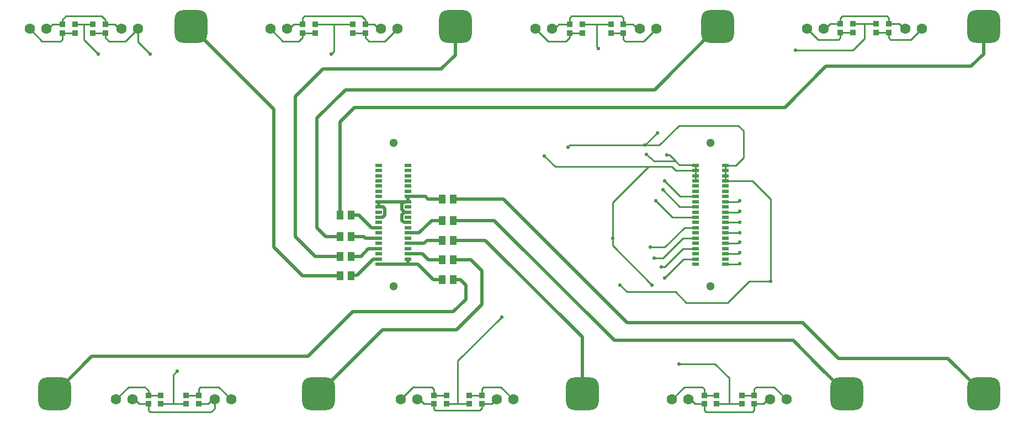
<source format=gtl>
%FSLAX23Y23*%
%MOIN*%
%SFA1B1*%

%IPPOS*%
%AMD17*
4,1,8,0.049200,0.098400,-0.049200,0.098400,-0.098400,0.049200,-0.098400,-0.049200,-0.049200,-0.098400,0.049200,-0.098400,0.098400,-0.049200,0.098400,0.049200,0.049200,0.098400,0.0*
1,1,0.098420,0.049200,0.049200*
1,1,0.098420,-0.049200,0.049200*
1,1,0.098420,-0.049200,-0.049200*
1,1,0.098420,0.049200,-0.049200*
%
%ADD13C,0.010000*%
%ADD14R,0.039370X0.057090*%
%ADD15R,0.043310X0.019680*%
%ADD16R,0.037400X0.033470*%
G04~CAMADD=17~8~0.0~0.0~1968.5~1968.5~492.1~0.0~15~0.0~0.0~0.0~0.0~0~0.0~0.0~0.0~0.0~0~0.0~0.0~0.0~0.0~1968.5~1968.5*
%ADD17D17*%
%ADD25C,0.019680*%
%ADD26C,0.051180*%
%ADD27C,0.062990*%
%ADD28C,0.022840*%
%LNbms_sub-1*%
%LPD*%
G54D13*
X3670Y1353D02*
X3886Y1569D01*
X3670Y1093D02*
X3908Y855D01*
X3670Y1136D02*
Y1353D01*
Y1093D02*
Y1136D01*
X3323Y1569D02*
X3886D01*
X3258Y1634D02*
X3323Y1569D01*
X3865Y1699D02*
X3940Y1775D01*
X3410Y1699D02*
X3865D01*
X3951*
X4070Y1818*
X3399Y1688D02*
X3410Y1699D01*
X4349Y1484D02*
Y1578D01*
X4070Y1818D02*
X4428D01*
X4012Y1639D02*
X4049Y1602D01*
X4171Y1484D02*
Y1547D01*
X3998Y1639D02*
X4012D01*
X3996Y1640D02*
X3998Y1639D01*
X804Y2324D02*
Y2403D01*
Y2324D02*
X876Y2251D01*
X728Y2327D02*
X804Y2403D01*
X627Y2327D02*
X728D01*
X606Y2349D02*
X627Y2327D01*
X664Y2429D02*
X689Y2403D01*
X606Y2429D02*
X664D01*
X689Y2403D02*
X704D01*
X606Y2349D02*
Y2377D01*
X3984Y1483D02*
D01*
X4077Y1389D02*
X4171D01*
X3984Y1483D02*
X4077Y1389D01*
X4349Y1578D02*
X4415D01*
X4460Y1624D02*
Y1786D01*
X4415Y1578D02*
X4460Y1624D01*
X4428Y1818D02*
X4460Y1786D01*
X4169Y1580D02*
X4171Y1578D01*
X4070Y1580D02*
X4169D01*
X3919Y1602D02*
X4049D01*
X4070Y1580*
X3875Y1645D02*
X3919Y1602D01*
X4171Y1547D02*
Y1578D01*
X4050Y1547D02*
X4171D01*
X4027Y1569D02*
X4050Y1547D01*
X3886Y1569D02*
X4027D01*
X3756Y812D02*
X4049D01*
X4114Y747D02*
X4363D01*
X4049Y812D02*
X4114Y747D01*
X4363D02*
X4493Y876D01*
X4623*
X3713Y855D02*
X3756Y812D01*
X4349Y1484D02*
X4513D01*
X4623Y876D02*
Y1375D01*
X4513Y1484D02*
X4623Y1375D01*
X3735Y2429D02*
Y2468D01*
X3421Y2479D02*
X3724D01*
X3735Y2468*
X3410Y2429D02*
Y2468D01*
X3421Y2479*
X3572Y2429D02*
X3659D01*
X3486D02*
X3572D01*
Y2295D02*
Y2429D01*
Y2295D02*
X3583Y2284D01*
X5191Y2433D02*
X5261D01*
X5121D02*
X5191D01*
X4774Y2273D02*
X5121D01*
X5191Y2344D02*
Y2433D01*
X5121Y2273D02*
X5191Y2344D01*
X5045Y2433D02*
Y2468D01*
X5056Y2479*
X5326*
X5337Y2433D02*
Y2468D01*
X5326Y2479D02*
X5337Y2468D01*
X1986Y2429D02*
X2100D01*
X1873D02*
X1986D01*
Y2268D02*
Y2429D01*
X1970Y2251D02*
X1986Y2268D01*
X476Y2338D02*
X562Y2251D01*
X476Y2338D02*
Y2429D01*
X530*
X422D02*
X476D01*
X1797D02*
Y2468D01*
X1808Y2479*
X2154*
X2176Y2429D02*
Y2457D01*
X2154Y2479D02*
X2176Y2457D01*
X346Y2429D02*
Y2457D01*
X368Y2479D02*
X584D01*
X346Y2457D02*
X368Y2479D01*
X606Y2429D02*
Y2457D01*
X584Y2479D02*
X606Y2457D01*
X1266Y108D02*
Y162D01*
X1245Y86D02*
X1266Y108D01*
X876Y86D02*
X1245D01*
X866Y97D02*
X876Y86D01*
X866Y97D02*
Y136D01*
X2879Y109D02*
Y136D01*
X2598Y97D02*
X2868D01*
X2879Y109*
X2590Y105D02*
Y136D01*
Y105D02*
X2598Y97D01*
X4222D02*
Y136D01*
X4233Y86D02*
X4514D01*
X4222Y97D02*
X4233Y86D01*
X4525Y97D02*
Y136D01*
X4514Y86D02*
X4525Y97D01*
X4374Y136D02*
X4449D01*
X4298D02*
X4374D01*
X4070Y378D02*
X4287D01*
X4374Y136D02*
Y292D01*
X4287Y378D02*
X4374Y292D01*
X2735Y136D02*
X2804D01*
X2666D02*
X2735D01*
Y396*
X2999Y660*
X2804Y136D02*
D01*
X1017D02*
X1093D01*
X941D02*
X1017D01*
Y313*
X1039Y335*
X4167Y136D02*
X4222D01*
X4141Y162D02*
X4167Y136D01*
X4127Y162D02*
X4141D01*
X4525Y136D02*
X4580D01*
X4606Y162*
X4620*
X4449Y187D02*
X4525D01*
Y227*
X4536Y238*
X4644D02*
X4720Y162D01*
X4536Y238D02*
X4644D01*
X4222Y187D02*
Y227D01*
X4211Y238D02*
X4222Y227D01*
X4103Y238D02*
X4211D01*
X4027Y162D02*
X4103Y238D01*
X4222Y187D02*
X4298D01*
X2879Y136D02*
X2940D01*
X2966Y162D02*
X2969D01*
X2940Y136D02*
X2966Y162D01*
X2804Y187D02*
X2879D01*
Y227*
X2890Y238*
X2994D02*
X3069Y162D01*
X2890Y238D02*
X2994D01*
X2490Y162D02*
X2504D01*
X2530Y136*
X2590*
Y187D02*
Y224D01*
X2576Y238D02*
X2590Y224D01*
X2465Y238D02*
X2576D01*
X2390Y162D02*
X2465Y238D01*
X2590Y187D02*
X2666D01*
X1169D02*
Y227D01*
X1180Y238*
X1290*
X1366Y162*
X1093Y187D02*
X1169D01*
Y136D02*
X1226D01*
X1252Y162*
X1266*
X811Y136D02*
X866D01*
X785Y162D02*
X811Y136D01*
X771Y162D02*
X785D01*
X866Y187D02*
Y216D01*
X844Y238D02*
X866Y216D01*
X671Y162D02*
X747Y238D01*
X844*
X866Y187D02*
X941D01*
X5337Y2349D02*
Y2381D01*
Y2349D02*
X5348Y2338D01*
X5471D02*
X5536Y2403D01*
X5348Y2338D02*
X5471D01*
X5261Y2381D02*
X5337D01*
Y2433D02*
X5400D01*
X5430Y2403*
X5436*
X4945D02*
X4952D01*
X4982Y2433*
X5045*
Y2349D02*
Y2381D01*
X5034Y2338D02*
X5045Y2349D01*
X4845Y2403D02*
X4910Y2338D01*
X5034*
X5045Y2381D02*
X5121D01*
X3735Y2338D02*
Y2377D01*
Y2338D02*
X3746Y2327D01*
X3856D02*
X3932Y2403D01*
X3746Y2327D02*
X3856D01*
X3659Y2377D02*
X3735D01*
Y2429D02*
X3792D01*
X3818Y2403*
X3832*
X3410Y2377D02*
X3486D01*
X3387Y2327D02*
X3410Y2350D01*
Y2377*
X3280Y2327D02*
X3387D01*
X3204Y2403D02*
X3280Y2327D01*
X3304Y2403D02*
X3319D01*
X3344Y2429*
X3410*
X2176D02*
X2231D01*
X2256Y2403*
X2271*
X2176Y2349D02*
Y2377D01*
Y2349D02*
X2197Y2327D01*
X2295D02*
X2371Y2403D01*
X2197Y2327D02*
X2295D01*
X2100Y2377D02*
X2176D01*
X1797D02*
X1873D01*
X1797Y2349D02*
Y2377D01*
X1775Y2327D02*
X1797Y2349D01*
X1602Y2403D02*
X1678Y2327D01*
X1775*
X1702Y2403D02*
X1716D01*
X1742Y2429*
X1797*
X530Y2377D02*
X606D01*
X249Y2403D02*
X263D01*
X288Y2429*
X346*
Y2377D02*
X422D01*
X346Y2338D02*
Y2377D01*
X335Y2327D02*
X346Y2338D01*
X224Y2327D02*
X335D01*
X149Y2403D02*
X224Y2327D01*
X3973Y1429D02*
X4075Y1326D01*
X4171*
X3930Y1364D02*
X4030Y1263D01*
X4171*
X4097Y1011D02*
X4171D01*
X3984Y898D02*
X4097Y1011D01*
X3897Y1082D02*
X3984D01*
X4102Y1200*
X3919Y1017D02*
X3973D01*
X4093Y1137*
X4171*
X3962Y963D02*
X3984D01*
X4095Y1074*
X4171*
X4102Y1200D02*
X4171D01*
X4349Y980D02*
X4430D01*
X4435Y985*
X4438*
X4349Y1043D02*
X4432D01*
X4438Y1050*
X4430Y1106D02*
X4438Y1115D01*
X4349Y1106D02*
X4430D01*
X4438Y1169D02*
D01*
X4349D02*
X4438D01*
X4437Y1232D02*
X4438Y1234D01*
X4349Y1232D02*
X4437D01*
X4349Y1295D02*
X4435D01*
X4438Y1299*
X4349Y1358D02*
X4429D01*
X4435Y1364*
X4438*
G54D14*
X2024Y1277D03*
X2089D03*
X2024Y1147D03*
X2089D03*
X2024Y1028D03*
X2089D03*
X2024Y909D03*
X2089D03*
X2706Y1375D03*
X2641D03*
X2706Y1245D03*
X2641D03*
X2706Y1125D03*
X2641D03*
X2706Y1006D03*
X2641D03*
X2706Y887D03*
X2641D03*
G54D15*
X4171Y1578D03*
X4349D03*
X4171Y1547D03*
X4349D03*
X4171Y1515D03*
X4349D03*
X4171Y1484D03*
X4349D03*
X4171Y1452D03*
X4349D03*
X4171Y1421D03*
X4349D03*
X4171Y1389D03*
X4349D03*
X4171Y1358D03*
X4349D03*
X4171Y1326D03*
X4349D03*
X4171Y1295D03*
X4349D03*
X4171Y1263D03*
X4349D03*
X4171Y1232D03*
X4349D03*
X4171Y1200D03*
X4349D03*
X4171Y1169D03*
X4349D03*
X4171Y1137D03*
X4349D03*
X4171Y1106D03*
X4349D03*
X4171Y1074D03*
X4349D03*
X4171Y1043D03*
X4349D03*
X4171Y1011D03*
X4349D03*
X4171Y980D03*
X4349D03*
X2257Y1578D03*
X2435D03*
X2257Y1547D03*
X2435D03*
X2257Y1515D03*
X2435D03*
X2257Y1484D03*
X2435D03*
X2257Y1452D03*
X2435D03*
X2257Y1421D03*
X2435D03*
X2257Y1389D03*
X2435D03*
X2257Y1358D03*
X2435D03*
X2257Y1326D03*
X2435D03*
X2257Y1295D03*
X2435D03*
X2257Y1263D03*
X2435D03*
X2257Y1232D03*
X2435D03*
X2257Y1200D03*
X2435D03*
X2257Y1169D03*
X2435D03*
X2257Y1137D03*
X2435D03*
X2257Y1106D03*
X2435D03*
X2257Y1074D03*
X2435D03*
X2257Y1043D03*
X2435D03*
X2257Y1011D03*
X2435D03*
X2257Y980D03*
X2435D03*
G54D16*
X2804Y136D03*
Y187D03*
X4449Y136D03*
Y187D03*
X2666Y136D03*
Y187D03*
X422Y2429D03*
Y2377D03*
X5121Y2433D03*
Y2381D03*
X1093Y136D03*
Y187D03*
X530Y2429D03*
Y2377D03*
X2100Y2429D03*
Y2377D03*
X5261Y2433D03*
Y2381D03*
X4298Y136D03*
Y187D03*
X3659Y2429D03*
Y2377D03*
X3486Y2429D03*
Y2377D03*
X1873Y2429D03*
Y2377D03*
X941Y136D03*
Y187D03*
X2879Y136D03*
Y187D03*
X4525Y136D03*
Y187D03*
X2590Y136D03*
Y187D03*
X346Y2429D03*
Y2377D03*
X5045Y2433D03*
Y2381D03*
X1169Y136D03*
Y187D03*
X606Y2429D03*
Y2377D03*
X2176Y2429D03*
Y2377D03*
X5337Y2433D03*
Y2381D03*
X4222Y136D03*
Y187D03*
X3735Y2429D03*
Y2377D03*
X3410Y2429D03*
Y2377D03*
X1797Y2429D03*
Y2377D03*
X866Y136D03*
Y187D03*
G54D17*
X5909Y196D03*
Y2417D03*
X5082Y196D03*
X4305Y2417D03*
X3487Y196D03*
X2720Y2417D03*
X1893Y196D03*
X1125Y2417D03*
X299Y196D03*
G54D25*
X2089Y909D02*
X2094Y914D01*
X2127*
X2224Y1011*
X2257*
X2435Y1389D02*
X2540D01*
X2555Y1375D02*
X2641D01*
X2540Y1389D02*
X2555Y1375D01*
X2257Y1326D02*
Y1358D01*
Y1263D02*
X2281D01*
X2285Y1326D02*
X2295Y1316D01*
Y1277D02*
Y1316D01*
X2281Y1263D02*
X2295Y1277D01*
X2257Y1358D02*
X2413D01*
X2257Y1326D02*
X2285D01*
X3756Y627D02*
X4817D01*
X2706Y1375D02*
X3009D01*
X3756Y627*
X4817D02*
X5034Y411D01*
X5694D02*
X5909Y196D01*
X5034Y411D02*
X5694D01*
X2706Y1245D02*
X2955D01*
X3681Y519*
X3487Y196D02*
Y539D01*
X2901Y1125D02*
X3487Y539D01*
X2706Y1125D02*
X2901D01*
X2706Y1006D02*
X2814D01*
X2879Y736D02*
Y941D01*
X2814Y1006D02*
X2879Y941D01*
X2728Y584D02*
X2879Y736D01*
X2281Y584D02*
X2728D01*
X1893Y196D02*
X2281Y584D01*
X2706Y887D02*
X2750D01*
X2782Y855*
Y768D02*
Y855D01*
X2706Y692D02*
X2782Y768D01*
X1829Y422D02*
X2100Y692D01*
X2706*
X2089Y1277D02*
X2138D01*
X2215Y1200*
X2257*
X2089Y1147D02*
X2167D01*
X2177Y1137*
X2257*
X2089Y1028D02*
X2149D01*
X2195Y1074*
X2257*
X2435Y980D02*
X2495D01*
X2587Y887*
X2641*
X2557Y1006D02*
X2641D01*
X2521Y1043D02*
X2557Y1006D01*
X2435Y1043D02*
X2521D01*
X2549Y1125D02*
X2641D01*
X2529Y1106D02*
X2549Y1125D01*
X2435Y1106D02*
X2529D01*
X2577Y1245D02*
X2641D01*
X2501Y1169D02*
X2577Y1245D01*
X2435Y1169D02*
X2501D01*
X2398Y1243D02*
Y1280D01*
X2409Y1232D02*
X2435D01*
X2398Y1243D02*
X2409Y1232D01*
X2413Y1295D02*
X2435D01*
X2398Y1280D02*
X2413Y1295D01*
X2398Y1310D02*
X2413Y1295D01*
X2398Y1310D02*
Y1343D01*
X2413Y1358*
X2435*
Y1389*
Y980D02*
Y1011D01*
X2257Y980D02*
X2435D01*
X1797Y909D02*
X2024D01*
X1624Y1082D02*
X1797Y909D01*
X1873Y1028D02*
X2024D01*
X1753Y1147D02*
X1873Y1028D01*
X1753Y1147D02*
Y1992D01*
X1921Y2159*
X2635*
X2720Y2243*
Y2417*
X1125D02*
X1624Y1918D01*
Y1082D02*
Y1918D01*
X1937Y1147D02*
X2024D01*
X1883Y1201D02*
X1937Y1147D01*
X1883Y1201D02*
Y1862D01*
X2057Y2035D02*
X3923D01*
X1883Y1862D02*
X2057Y2035D01*
X2024Y1277D02*
Y1840D01*
X2111Y1927*
X524Y422D02*
X1829D01*
X3923Y2035D02*
X4305Y2417D01*
X2111Y1927D02*
X4709D01*
X4759Y519D02*
X4911Y368D01*
X3681Y519D02*
X4759D01*
X299Y196D02*
X524Y422D01*
X4911Y368D02*
X5082Y196D01*
X4958Y2176D02*
X5835D01*
X4709Y1927D02*
X4958Y2176D01*
X5909Y2249D02*
Y2417D01*
X5835Y2176D02*
X5909Y2249D01*
G54D26*
X4260Y846D03*
Y1712D03*
X2346Y846D03*
Y1712D03*
G54D27*
X2969Y162D03*
X3069D03*
X4620D03*
X4720D03*
X2490D03*
X2390D03*
X249Y2403D03*
X149D03*
X4945D03*
X4845D03*
X1266Y162D03*
X1366D03*
X704Y2403D03*
X804D03*
X2271D03*
X2371D03*
X5436D03*
X5536D03*
X4127Y162D03*
X4027D03*
X3832Y2403D03*
X3932D03*
X3304D03*
X3204D03*
X1702D03*
X1602D03*
X771Y162D03*
X671D03*
G54D28*
X3670Y1136D03*
X3258Y1634D03*
X3865Y1699D03*
X3940Y1775D03*
X3996Y1640D03*
X3399Y1688D03*
X3984Y1483D03*
X3875Y1645D03*
X3713Y855D03*
X3908D03*
X4623Y876D03*
X3583Y2284D03*
X4774Y2273D03*
X1970Y2251D03*
X876D03*
X562D03*
X4070Y378D03*
X2999Y660D03*
X1039Y335D03*
X3930Y1364D03*
X3973Y1429D03*
X3984Y898D03*
X3897Y1082D03*
X3919Y1017D03*
X3962Y963D03*
X4438Y985D03*
Y1050D03*
Y1115D03*
Y1169D03*
Y1234D03*
Y1299D03*
Y1364D03*
M02*
</source>
